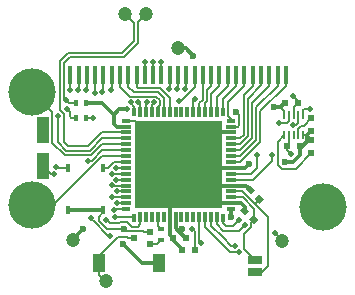
<source format=gtl>
G04 #@! TF.FileFunction,Copper,L1,Top,Signal*
%FSLAX46Y46*%
G04 Gerber Fmt 4.6, Leading zero omitted, Abs format (unit mm)*
G04 Created by KiCad (PCBNEW 4.0.2-stable) date Mon 11 Apr 2016 05:04:25 PM CEST*
%MOMM*%
G01*
G04 APERTURE LIST*
%ADD10C,0.100000*%
%ADD11R,0.600000X0.500000*%
%ADD12R,0.373000X1.509000*%
%ADD13R,0.300000X0.800000*%
%ADD14R,0.300000X0.850000*%
%ADD15R,0.800000X0.300000*%
%ADD16R,0.850000X0.300000*%
%ADD17R,1.837500X1.837500*%
%ADD18C,4.000000*%
%ADD19C,1.200000*%
%ADD20R,1.200000X0.800000*%
%ADD21R,1.100000X1.500000*%
%ADD22R,1.000000X2.250000*%
%ADD23R,0.600000X0.400000*%
%ADD24R,0.400000X0.600000*%
%ADD25R,0.350000X0.800000*%
%ADD26R,0.500000X0.600000*%
%ADD27R,0.240000X0.800000*%
%ADD28C,0.460000*%
%ADD29C,2.500000*%
%ADD30C,0.600000*%
%ADD31C,0.200000*%
%ADD32C,0.300000*%
G04 APERTURE END LIST*
D10*
D11*
X55555500Y-105191000D03*
X55555500Y-104191000D03*
X54255500Y-104691000D03*
D12*
X48830000Y-90910000D03*
X49532000Y-90910000D03*
X50234000Y-90910000D03*
X50936000Y-90910000D03*
X51638000Y-90910000D03*
X52340000Y-90910000D03*
X53042000Y-90910000D03*
X53744000Y-90910000D03*
X54446000Y-90910000D03*
X55148000Y-90910000D03*
X55850000Y-90910000D03*
X56552000Y-90910000D03*
X57254000Y-90910000D03*
X57956000Y-90910000D03*
X58658000Y-90910000D03*
X59360000Y-90910000D03*
X60062000Y-90910000D03*
X60764000Y-90910000D03*
X61466000Y-90910000D03*
X62168000Y-90910000D03*
X62870000Y-90910000D03*
X63572000Y-90910000D03*
X64274000Y-90910000D03*
X64976000Y-90910000D03*
X65678000Y-90910000D03*
X66380000Y-90910000D03*
X67082000Y-90910000D03*
D10*
G36*
X64783318Y-103190264D02*
X64429764Y-103543818D01*
X64005500Y-103119554D01*
X64359054Y-102766000D01*
X64783318Y-103190264D01*
X64783318Y-103190264D01*
G37*
G36*
X64005500Y-102412446D02*
X63651946Y-102766000D01*
X63227682Y-102341736D01*
X63581236Y-101988182D01*
X64005500Y-102412446D01*
X64005500Y-102412446D01*
G37*
D11*
X67180500Y-96891000D03*
X68280500Y-96891000D03*
X59405500Y-105741000D03*
X58305500Y-105741000D03*
D13*
X61750000Y-94025000D03*
D14*
X61250000Y-94050000D03*
X60750000Y-94050000D03*
X60250000Y-94050000D03*
X59750000Y-94050000D03*
X59250000Y-94050000D03*
X58750000Y-94050000D03*
X58250000Y-94050000D03*
X57750000Y-94050000D03*
X57250000Y-94050000D03*
X56750000Y-94050000D03*
X56250000Y-94050000D03*
X55750000Y-94050000D03*
X55250000Y-94050000D03*
X54750000Y-94050000D03*
D13*
X54250000Y-94025000D03*
D15*
X53525000Y-94750000D03*
D16*
X53550000Y-95250000D03*
X53550000Y-95750000D03*
X53550000Y-96250000D03*
X53550000Y-96750000D03*
X53550000Y-97250000D03*
X53550000Y-97750000D03*
X53550000Y-98250000D03*
X53550000Y-98750000D03*
X53550000Y-99250000D03*
X53550000Y-99750000D03*
X53550000Y-100250000D03*
X53550000Y-100750000D03*
X53550000Y-101250000D03*
X53550000Y-101750000D03*
D15*
X53525000Y-102250000D03*
D13*
X54250000Y-102975000D03*
D14*
X54750000Y-102950000D03*
X55250000Y-102950000D03*
X55750000Y-102950000D03*
X56250000Y-102950000D03*
X56750000Y-102950000D03*
X57250000Y-102950000D03*
X57750000Y-102950000D03*
X58250000Y-102950000D03*
X58750000Y-102950000D03*
X59250000Y-102950000D03*
X59750000Y-102950000D03*
X60250000Y-102950000D03*
X60750000Y-102950000D03*
X61250000Y-102950000D03*
D13*
X61750000Y-102975000D03*
D15*
X62475000Y-102250000D03*
D16*
X62450000Y-101750000D03*
X62450000Y-101250000D03*
X62450000Y-100750000D03*
X62450000Y-100250000D03*
X62450000Y-99750000D03*
X62450000Y-99250000D03*
X62450000Y-98750000D03*
X62450000Y-98250000D03*
X62450000Y-97750000D03*
X62450000Y-97250000D03*
X62450000Y-96750000D03*
X62450000Y-96250000D03*
X62450000Y-95750000D03*
X62450000Y-95250000D03*
D15*
X62475000Y-94750000D03*
D17*
X55243750Y-101256250D03*
X57081250Y-101256250D03*
X58918750Y-101256250D03*
X60756250Y-101256250D03*
X55243750Y-99418750D03*
X57081250Y-99418750D03*
X58918750Y-99418750D03*
X60756250Y-99418750D03*
X55243750Y-97581250D03*
X57081250Y-97581250D03*
X58918750Y-97581250D03*
X60756250Y-97581250D03*
X55243750Y-95743750D03*
X57081250Y-95743750D03*
X58918750Y-95743750D03*
X60756250Y-95743750D03*
D18*
X70200000Y-102100000D03*
D19*
X66770000Y-104940000D03*
D20*
X64500000Y-106541000D03*
X64500000Y-107540000D03*
D21*
X56380000Y-106790000D03*
X51300000Y-106790000D03*
D19*
X49070000Y-104890000D03*
D18*
X45600000Y-101900000D03*
D22*
X46500000Y-98600000D03*
X46500000Y-95550000D03*
D18*
X45600000Y-92300000D03*
D19*
X53500000Y-85750000D03*
X55250000Y-85750000D03*
X57960000Y-88600000D03*
D23*
X56505500Y-103941000D03*
X56505500Y-104841000D03*
D24*
X50200000Y-93250000D03*
X49300000Y-93250000D03*
D10*
G36*
X65277818Y-101424264D02*
X64924264Y-101777818D01*
X64500000Y-101353554D01*
X64853554Y-101000000D01*
X65277818Y-101424264D01*
X65277818Y-101424264D01*
G37*
G36*
X64500000Y-100646446D02*
X64146446Y-101000000D01*
X63722182Y-100575736D01*
X64075736Y-100222182D01*
X64500000Y-100646446D01*
X64500000Y-100646446D01*
G37*
D24*
X49300000Y-94500000D03*
X50200000Y-94500000D03*
D11*
X58605500Y-104691000D03*
X57505500Y-104691000D03*
D25*
X51625000Y-102300000D03*
X48625000Y-102300000D03*
X51625000Y-98750000D03*
X48625000Y-98750000D03*
D11*
X66980500Y-93266000D03*
X68080500Y-93266000D03*
D26*
X69255500Y-94541000D03*
X69255500Y-95641000D03*
X69255500Y-97491000D03*
X69255500Y-96391000D03*
D27*
X66955500Y-95991000D03*
X67355500Y-95991000D03*
X67755500Y-95991000D03*
X68155500Y-95991000D03*
X68555500Y-95991000D03*
X68555500Y-94291000D03*
X68155500Y-94291000D03*
X67755500Y-94291000D03*
X67355500Y-94291000D03*
X66955500Y-94291000D03*
D28*
X59155500Y-103891000D03*
X59405500Y-92891000D03*
D29*
X57955500Y-99291000D03*
D30*
X66105500Y-93616000D03*
X67030500Y-98266000D03*
X64005500Y-98391000D03*
X53405500Y-103941000D03*
X55243750Y-101256250D03*
D28*
X58918750Y-95743750D03*
D30*
X59255500Y-89241000D03*
D28*
X56581250Y-95743750D03*
X47800000Y-94400000D03*
X48500009Y-93000000D03*
X49505500Y-92141000D03*
X52505500Y-102341000D03*
X52655500Y-102941000D03*
X48805500Y-92141000D03*
X52755500Y-101741000D03*
X50205500Y-92141000D03*
X50905500Y-92441000D03*
X52355500Y-101241000D03*
X52355500Y-100241000D03*
X52255500Y-92141000D03*
X52755500Y-100741000D03*
X51555500Y-92291000D03*
X58005500Y-93091000D03*
X55916192Y-93209160D03*
X58555500Y-92041000D03*
X55303850Y-93200018D03*
X57855500Y-92041000D03*
X54600000Y-93200000D03*
X57155500Y-92041000D03*
X53987597Y-93200000D03*
X56552000Y-89794500D03*
X52740965Y-98750006D03*
X55850000Y-89796500D03*
X52387362Y-99250005D03*
X55148000Y-89798500D03*
X52740965Y-99750006D03*
D19*
X51835500Y-108321000D03*
D28*
X46500000Y-95550000D03*
X48549999Y-93767768D03*
X52230500Y-104491000D03*
X59905500Y-105091000D03*
X47455500Y-99291000D03*
X50605500Y-102991000D03*
X66155500Y-104266000D03*
X62805500Y-105341000D03*
D30*
X49905500Y-103941000D03*
D28*
X53630022Y-93791000D03*
D30*
X62855500Y-93991000D03*
X53305500Y-105191000D03*
X62450000Y-102896500D03*
X58305500Y-103891000D03*
D28*
X66505500Y-94941000D03*
X64605500Y-97691000D03*
X63155500Y-103141000D03*
X67705500Y-95141000D03*
X69105500Y-93791000D03*
X63605500Y-103591000D03*
X67680500Y-92691000D03*
X67530500Y-97591000D03*
X65905500Y-97641000D03*
X63121298Y-105865698D03*
X50365321Y-98130000D03*
X50767590Y-94500000D03*
X51883039Y-103132099D03*
X47605500Y-98691000D03*
D31*
X59355500Y-104091000D02*
X59155500Y-103891000D01*
X59355500Y-105541000D02*
X59355500Y-104091000D01*
X59405500Y-105591000D02*
X59355500Y-105541000D01*
X59405500Y-105741000D02*
X59405500Y-105591000D01*
X59250000Y-93046500D02*
X59405500Y-92891000D01*
X59250000Y-94050000D02*
X59250000Y-93046500D01*
X58055500Y-99591000D02*
X58746500Y-99591000D01*
X58746500Y-99591000D02*
X58918750Y-99418750D01*
X58918750Y-99418750D02*
X57081250Y-99418750D01*
X53405500Y-103941000D02*
X51977986Y-103941000D01*
X51977986Y-103941000D02*
X51250000Y-103213014D01*
X51250000Y-103213014D02*
X51250000Y-102900000D01*
X51250000Y-102900000D02*
X51625000Y-102525000D01*
X51625000Y-102525000D02*
X51625000Y-102300000D01*
D32*
X50855500Y-102300000D02*
X51255500Y-102300000D01*
X50300000Y-102300000D02*
X50855500Y-102300000D01*
D31*
X55555500Y-104191000D02*
X55055500Y-104191000D01*
X54957910Y-104093410D02*
X53557910Y-104093410D01*
X53557910Y-104093410D02*
X53405500Y-103941000D01*
X55055500Y-104191000D02*
X54957910Y-104093410D01*
D32*
X62450000Y-101750000D02*
X63264500Y-101750000D01*
X63264500Y-101750000D02*
X63616591Y-102102091D01*
X63616591Y-102102091D02*
X63616591Y-102377091D01*
D31*
X66955500Y-94291000D02*
X66955500Y-93941000D01*
X66955500Y-93941000D02*
X66630500Y-93616000D01*
D32*
X66105500Y-93616000D02*
X66630500Y-93616000D01*
X66630500Y-93616000D02*
X66980500Y-93266000D01*
X67030500Y-98266000D02*
X67705500Y-98266000D01*
X67705500Y-98266000D02*
X68280500Y-97691000D01*
X68280500Y-97691000D02*
X68280500Y-96891000D01*
X68280500Y-96891000D02*
X68505500Y-96891000D01*
X68505500Y-96891000D02*
X68905500Y-96491000D01*
D31*
X53550000Y-94750000D02*
X53601000Y-94801000D01*
X53601000Y-94801000D02*
X54301000Y-94801000D01*
X54301000Y-94801000D02*
X55243750Y-95743750D01*
D32*
X63646500Y-98750000D02*
X64005500Y-98391000D01*
X62450000Y-98750000D02*
X63646500Y-98750000D01*
X69255500Y-96391000D02*
X69255500Y-96441000D01*
X53405500Y-103941000D02*
X53405500Y-103991000D01*
X57250000Y-102950000D02*
X57250000Y-104435500D01*
X57250000Y-104435500D02*
X57505500Y-104691000D01*
X57505500Y-104691000D02*
X57505500Y-104841000D01*
X57505500Y-104841000D02*
X58305500Y-105641000D01*
X58305500Y-105641000D02*
X58305500Y-105741000D01*
X58614500Y-88600000D02*
X59255500Y-89241000D01*
X57960000Y-88600000D02*
X58614500Y-88600000D01*
X50300000Y-102300000D02*
X48625000Y-102300000D01*
X51255500Y-102300000D02*
X51625000Y-102300000D01*
X68905500Y-96491000D02*
X68905500Y-96041000D01*
X69255500Y-96391000D02*
X68905500Y-96041000D01*
X68905500Y-96041000D02*
X68855500Y-95991000D01*
X68855500Y-95991000D02*
X68905500Y-95991000D01*
D31*
X68555500Y-95991000D02*
X68905500Y-95991000D01*
D32*
X68905500Y-95991000D02*
X69255500Y-95641000D01*
X62450000Y-101750000D02*
X61250000Y-101750000D01*
X61250000Y-101750000D02*
X61250000Y-100587500D01*
X61250000Y-100587500D02*
X61587500Y-100250000D01*
X61587500Y-100250000D02*
X62450000Y-100250000D01*
X61250000Y-101750000D02*
X60756250Y-101256250D01*
X62450000Y-100250000D02*
X61587500Y-100250000D01*
X61587500Y-100250000D02*
X60756250Y-99418750D01*
X57081250Y-101256250D02*
X55243750Y-101256250D01*
X55243750Y-99418750D02*
X55243750Y-101256250D01*
X57081250Y-97581250D02*
X57081250Y-95743750D01*
X55243750Y-97581250D02*
X57081250Y-97581250D01*
X55243750Y-99418750D02*
X55243750Y-97581250D01*
X57081250Y-99418750D02*
X55243750Y-99418750D01*
X58918750Y-99418750D02*
X58918750Y-101256250D01*
X60756250Y-99418750D02*
X58918750Y-99418750D01*
X58918750Y-97581250D02*
X58918750Y-99418750D01*
X60756250Y-97581250D02*
X58918750Y-97581250D01*
X60756250Y-95743750D02*
X60756250Y-97581250D01*
X58918750Y-95743750D02*
X58918750Y-97581250D01*
X55243750Y-95743750D02*
X55243750Y-97581250D01*
X56568000Y-101444000D02*
X56399250Y-101275250D01*
X56581250Y-101256250D02*
X56750000Y-101425000D01*
X58418750Y-95743750D02*
X56581250Y-95743750D01*
X58243000Y-95769000D02*
X58236750Y-95762750D01*
X61250000Y-101750000D02*
X60756250Y-101256250D01*
X63750000Y-100250000D02*
X62450000Y-100250000D01*
X64111091Y-100611091D02*
X63750000Y-100250000D01*
X62450000Y-95750000D02*
X60262500Y-95750000D01*
X61425000Y-98750000D02*
X60756250Y-99418750D01*
X62450000Y-98750000D02*
X61425000Y-98750000D01*
X61587500Y-100250000D02*
X60756250Y-99418750D01*
X57250000Y-101425000D02*
X57081250Y-101256250D01*
X57250000Y-102950000D02*
X57250000Y-101425000D01*
D31*
X48755500Y-96942767D02*
X48648309Y-96942767D01*
X53232401Y-89017599D02*
X54250000Y-88000000D01*
X54250000Y-88000000D02*
X54250000Y-86500000D01*
X54250000Y-86500000D02*
X53500000Y-85750000D01*
X47947590Y-89724036D02*
X48654027Y-89017599D01*
X48031553Y-93917599D02*
X47947590Y-93833636D01*
X48654027Y-89017599D02*
X53232401Y-89017599D01*
X48282401Y-96482401D02*
X48282401Y-94214124D01*
X47947590Y-93833636D02*
X47947590Y-89724036D01*
X48282401Y-94214124D02*
X48031553Y-93917599D01*
X48282401Y-96576859D02*
X48282401Y-96482401D01*
X48648309Y-96942767D02*
X48282401Y-96576859D01*
X53550000Y-95750000D02*
X51522002Y-95750000D01*
X51522002Y-95750000D02*
X50329235Y-96942767D01*
X50329235Y-96942767D02*
X48755500Y-96942767D01*
X48755500Y-96942767D02*
X48742767Y-96942767D01*
X48500009Y-93000000D02*
X48300000Y-92799991D01*
X48300000Y-92799991D02*
X48300000Y-89870009D01*
X48300000Y-89870009D02*
X48800000Y-89370009D01*
X47787591Y-96580421D02*
X47787591Y-94479999D01*
X48502348Y-97295178D02*
X47787591Y-96580421D01*
X51520386Y-96250000D02*
X50475208Y-97295178D01*
X50475208Y-97295178D02*
X48502348Y-97295178D01*
X53550000Y-96250000D02*
X51520386Y-96250000D01*
X47787591Y-94412409D02*
X47800000Y-94400000D01*
X47787591Y-94479999D02*
X47787591Y-94412409D01*
X49300000Y-93250000D02*
X48750009Y-93250000D01*
X48750009Y-93250000D02*
X48500009Y-93000000D01*
X54602410Y-86397590D02*
X55250000Y-85750000D01*
X48800000Y-89370009D02*
X53378374Y-89370009D01*
X53378374Y-89370009D02*
X54602410Y-88145973D01*
X54602410Y-88145973D02*
X54602410Y-86397590D01*
X49505500Y-92141000D02*
X49532000Y-92114500D01*
X49532000Y-92114500D02*
X49532000Y-90910000D01*
X52496500Y-102250000D02*
X52505500Y-102259000D01*
X52505500Y-102259000D02*
X52505500Y-102341000D01*
X53550000Y-102250000D02*
X52496500Y-102250000D01*
X52655500Y-102941000D02*
X54241000Y-102941000D01*
X54241000Y-102941000D02*
X54250000Y-102950000D01*
X48830000Y-92116500D02*
X48830000Y-90910000D01*
X48805500Y-92141000D02*
X48830000Y-92116500D01*
X53550000Y-101750000D02*
X52764500Y-101750000D01*
X52764500Y-101750000D02*
X52755500Y-101741000D01*
X50234000Y-92112500D02*
X50234000Y-90910000D01*
X50205500Y-92141000D02*
X50234000Y-92112500D01*
X50936000Y-92410500D02*
X50936000Y-90910000D01*
X50905500Y-92441000D02*
X50936000Y-92410500D01*
X52364500Y-101250000D02*
X52355500Y-101241000D01*
X53550000Y-101250000D02*
X52364500Y-101250000D01*
X53550000Y-100250000D02*
X52364500Y-100250000D01*
X52364500Y-100250000D02*
X52355500Y-100241000D01*
X52340000Y-92056500D02*
X52340000Y-90910000D01*
X52255500Y-92141000D02*
X52340000Y-92056500D01*
X52328525Y-90921475D02*
X52340000Y-90910000D01*
X51555500Y-92291000D02*
X51638000Y-92208500D01*
X51638000Y-92208500D02*
X51638000Y-90910000D01*
X53550000Y-100750000D02*
X52764500Y-100750000D01*
X52764500Y-100750000D02*
X52755500Y-100741000D01*
X57250000Y-93425000D02*
X57250000Y-94050000D01*
X57250000Y-92863956D02*
X57250000Y-93425000D01*
X54594276Y-92012776D02*
X56398820Y-92012776D01*
X56398820Y-92012776D02*
X57250000Y-92863956D01*
X54446000Y-90910000D02*
X54446000Y-91864500D01*
X54446000Y-91864500D02*
X54594276Y-92012776D01*
X56759793Y-92872133D02*
X56252847Y-92365187D01*
X53744000Y-91864500D02*
X53744000Y-90910000D01*
X56252847Y-92365187D02*
X54244687Y-92365187D01*
X54244687Y-92365187D02*
X53744000Y-91864500D01*
X56759793Y-94040207D02*
X56759793Y-92872133D01*
X56750000Y-94050000D02*
X56759793Y-94040207D01*
X56250000Y-93589327D02*
X56407382Y-93431945D01*
X53895098Y-92717598D02*
X53042000Y-91864500D01*
X56250000Y-94050000D02*
X56250000Y-93589327D01*
X56106875Y-92717599D02*
X53895098Y-92717598D01*
X53042000Y-91864500D02*
X53042000Y-90910000D01*
X56407382Y-93018106D02*
X56106875Y-92717599D01*
X56407382Y-93431945D02*
X56407382Y-93018106D01*
X59360000Y-90910000D02*
X59360000Y-91936500D01*
X59360000Y-91936500D02*
X58205500Y-93091000D01*
X58205500Y-93091000D02*
X58005500Y-93091000D01*
X55750000Y-94050000D02*
X55750000Y-93425000D01*
X55750000Y-93425000D02*
X55916192Y-93258808D01*
X55916192Y-93258808D02*
X55916192Y-93209160D01*
X58658000Y-90910000D02*
X58658000Y-91938500D01*
X58658000Y-91938500D02*
X58555500Y-92041000D01*
X55250000Y-93253868D02*
X55303850Y-93200018D01*
X55250000Y-94050000D02*
X55250000Y-93253868D01*
X57956000Y-90910000D02*
X57956000Y-91940500D01*
X57956000Y-91940500D02*
X57855500Y-92041000D01*
X54750000Y-94050000D02*
X54750000Y-93350000D01*
X54750000Y-94050000D02*
X54750006Y-94049994D01*
X54750006Y-94049994D02*
X54750006Y-93796208D01*
X54750000Y-93350000D02*
X54600000Y-93200000D01*
X57254000Y-90910000D02*
X57254000Y-91942500D01*
X57254000Y-91942500D02*
X57155500Y-92041000D01*
X54250000Y-94050000D02*
X54250000Y-93563954D01*
X54250000Y-93563954D02*
X53987597Y-93301551D01*
X53987597Y-93301551D02*
X53987597Y-93200000D01*
X54250000Y-94050000D02*
X54250000Y-93850000D01*
X56552000Y-90910000D02*
X56552000Y-89794500D01*
X53550000Y-98750000D02*
X52740971Y-98750000D01*
X52740971Y-98750000D02*
X52740965Y-98750006D01*
X55850000Y-90910000D02*
X55850000Y-89796500D01*
X53550000Y-99250000D02*
X52387367Y-99250000D01*
X52387367Y-99250000D02*
X52387362Y-99250005D01*
X55148000Y-90910000D02*
X55148000Y-89798500D01*
X53550000Y-99750000D02*
X52740971Y-99750000D01*
X52740971Y-99750000D02*
X52740965Y-99750006D01*
X61750000Y-94050000D02*
X61750000Y-92946500D01*
X62870000Y-91826500D02*
X62870000Y-90910000D01*
X61750000Y-92946500D02*
X62870000Y-91826500D01*
X59750000Y-94050000D02*
X59750000Y-93296500D01*
X59750000Y-93296500D02*
X60062000Y-92984500D01*
X60062000Y-92984500D02*
X60062000Y-90910000D01*
X60250000Y-94050000D02*
X60250000Y-93294872D01*
X60250000Y-93294872D02*
X60414402Y-93130470D01*
X60764000Y-91832500D02*
X60764000Y-90910000D01*
X60414402Y-92182098D02*
X60764000Y-91832500D01*
X60414402Y-93130470D02*
X60414402Y-92182098D01*
X60750000Y-94050000D02*
X60750000Y-93646500D01*
X60750000Y-93646500D02*
X60766804Y-93629696D01*
X60766804Y-93629696D02*
X60766804Y-92529696D01*
X60766804Y-92529696D02*
X61466000Y-91830500D01*
X61466000Y-91830500D02*
X61466000Y-90910000D01*
X61466000Y-91628872D02*
X61466000Y-90910000D01*
X61466000Y-91628872D02*
X61466000Y-90910000D01*
X61250000Y-94050000D02*
X61250000Y-92746500D01*
X62168000Y-91828500D02*
X62168000Y-90910000D01*
X61250000Y-92746500D02*
X62168000Y-91828500D01*
X62450000Y-94750000D02*
X62450000Y-94635500D01*
X62450000Y-94635500D02*
X62205500Y-94391000D01*
X63572000Y-91824500D02*
X63572000Y-90910000D01*
X62205500Y-93191000D02*
X63572000Y-91824500D01*
X62205500Y-94391000D02*
X62205500Y-93191000D01*
X62450000Y-94750000D02*
X62450000Y-94735500D01*
X62450000Y-98250000D02*
X63189988Y-98250000D01*
X67082000Y-91814500D02*
X67082000Y-90910000D01*
X64917510Y-93978990D02*
X67082000Y-91814500D01*
X64917510Y-96522478D02*
X64917510Y-93978990D01*
X63189988Y-98250000D02*
X64917510Y-96522478D01*
X62450000Y-97750000D02*
X63191616Y-97750000D01*
X66380000Y-91816500D02*
X66380000Y-90910000D01*
X64565108Y-93631392D02*
X66380000Y-91816500D01*
X64565108Y-96376508D02*
X64565108Y-93631392D01*
X63191616Y-97750000D02*
X64565108Y-96376508D01*
X62450000Y-97250000D02*
X63193244Y-97250000D01*
X65678000Y-91818500D02*
X65678000Y-90910000D01*
X64212706Y-93283794D02*
X65678000Y-91818500D01*
X64212706Y-96230538D02*
X64212706Y-93283794D01*
X63193244Y-97250000D02*
X64212706Y-96230538D01*
X62450000Y-96750000D02*
X63194872Y-96750000D01*
X64976000Y-91770500D02*
X64976000Y-90910000D01*
X63860304Y-92886196D02*
X64976000Y-91770500D01*
X63860304Y-96084568D02*
X63860304Y-92886196D01*
X63194872Y-96750000D02*
X63860304Y-96084568D01*
X64274000Y-91822500D02*
X64274000Y-90910000D01*
X63507902Y-92588598D02*
X64274000Y-91822500D01*
X62450000Y-96250000D02*
X63196500Y-96250000D01*
X63196500Y-96250000D02*
X63507902Y-95938598D01*
X63507902Y-95938598D02*
X63507902Y-92588598D01*
X55555500Y-105191000D02*
X56155500Y-105191000D01*
X56155500Y-105191000D02*
X56505500Y-104841000D01*
X56250000Y-102950000D02*
X56250000Y-103685500D01*
X56250000Y-103685500D02*
X56505500Y-103941000D01*
X53657902Y-104593402D02*
X53755500Y-104691000D01*
X53755500Y-104691000D02*
X54255500Y-104691000D01*
X51455500Y-106041000D02*
X52903098Y-104593402D01*
X52903098Y-104593402D02*
X53657902Y-104593402D01*
X51300000Y-106790000D02*
X51300000Y-107785500D01*
X51300000Y-107785500D02*
X51835500Y-108321000D01*
X51300000Y-106790000D02*
X51300000Y-106196500D01*
X51300000Y-106196500D02*
X51455500Y-106041000D01*
X51455500Y-106041000D02*
X51300000Y-106790000D01*
X54155500Y-104841000D02*
X54153098Y-104841000D01*
X51455500Y-106041000D02*
X51300000Y-106790000D01*
X53550000Y-98250000D02*
X52527017Y-98250000D01*
X52527017Y-98250000D02*
X52027017Y-98750000D01*
X52027017Y-98750000D02*
X51625000Y-98750000D01*
X48549999Y-93767768D02*
X48779998Y-93997767D01*
X48779998Y-93997767D02*
X48779998Y-94379998D01*
X48779998Y-94379998D02*
X48900000Y-94500000D01*
X49300000Y-94500000D02*
X48900000Y-94500000D01*
X46500000Y-95500000D02*
X46500000Y-96420678D01*
X51855500Y-104316897D02*
X52029603Y-104491000D01*
X59750000Y-104935500D02*
X59750000Y-102950000D01*
X59750000Y-104935500D02*
X59905500Y-105091000D01*
X52029603Y-104491000D02*
X52230500Y-104491000D01*
X50605500Y-102991000D02*
X50605500Y-103066897D01*
X50605500Y-103066897D02*
X50897590Y-103358987D01*
X51832013Y-104293410D02*
X51855500Y-104316897D01*
X51855500Y-104316897D02*
X50897590Y-103358987D01*
X47455500Y-99291000D02*
X47191000Y-99291000D01*
X46500000Y-98600000D02*
X47191000Y-99291000D01*
X46614500Y-98600000D02*
X46500000Y-98600000D01*
X66155500Y-104266000D02*
X66770000Y-104880500D01*
X66770000Y-104880500D02*
X66770000Y-104940000D01*
X66770000Y-104855500D02*
X66770000Y-104940000D01*
X62455500Y-105341000D02*
X62805500Y-105341000D01*
X61755500Y-104641000D02*
X62455500Y-105341000D01*
X60750000Y-103635500D02*
X61755500Y-104641000D01*
X60750000Y-102950000D02*
X60750000Y-103635500D01*
X60755500Y-102955500D02*
X60750000Y-102950000D01*
X66770000Y-104940000D02*
X66704500Y-104940000D01*
X66654500Y-104940000D02*
X66770000Y-104940000D01*
X66770000Y-104940000D02*
X67060000Y-104940000D01*
D32*
X49070000Y-104776500D02*
X49905500Y-103941000D01*
X56380000Y-106790000D02*
X54904500Y-106790000D01*
X54904500Y-106790000D02*
X53305500Y-105191000D01*
X53630022Y-93791000D02*
X52944500Y-93791000D01*
X52944500Y-93791000D02*
X52894500Y-93841000D01*
D31*
X62996500Y-95250000D02*
X63155492Y-95091008D01*
X63155492Y-95091008D02*
X63155492Y-94290992D01*
X62450000Y-95250000D02*
X62996500Y-95250000D01*
X63155492Y-94290992D02*
X62855500Y-93991000D01*
D32*
X52894500Y-93841000D02*
X52500000Y-94235500D01*
X52500000Y-94250000D02*
X52500000Y-94235500D01*
X52500000Y-94235500D02*
X51514500Y-93250000D01*
X51514500Y-93250000D02*
X50200000Y-93250000D01*
X52500000Y-94250000D02*
X52500000Y-94196500D01*
X56380000Y-106790000D02*
X55904500Y-106790000D01*
X53305500Y-105141000D02*
X53305500Y-105191000D01*
X49070000Y-104890000D02*
X49070000Y-104776500D01*
X57750000Y-103835500D02*
X58055500Y-104141000D01*
X58055500Y-104141000D02*
X58605500Y-104691000D01*
X58305500Y-103891000D02*
X58055500Y-104141000D01*
X57750000Y-102950000D02*
X57750000Y-103835500D01*
X62450000Y-102250000D02*
X62450000Y-102896500D01*
X52500000Y-94250000D02*
X52500000Y-95000000D01*
X52500000Y-95000000D02*
X52750000Y-95250000D01*
X52750000Y-95250000D02*
X53550000Y-95250000D01*
D31*
X68155500Y-95991000D02*
X68155500Y-95441000D01*
X68605500Y-95191000D02*
X69255500Y-94541000D01*
X68405500Y-95191000D02*
X68605500Y-95191000D01*
X68155500Y-95441000D02*
X68405500Y-95191000D01*
X69255500Y-97491000D02*
X69255500Y-97516000D01*
X69255500Y-97516000D02*
X67905500Y-98866000D01*
X67905500Y-98866000D02*
X66755500Y-98866000D01*
X66755500Y-98866000D02*
X66405500Y-98516000D01*
X66405500Y-98516000D02*
X66405500Y-96541000D01*
X66405500Y-96541000D02*
X66955500Y-95991000D01*
X67155500Y-94991000D02*
X66555500Y-94991000D01*
X66555500Y-94991000D02*
X66505500Y-94941000D01*
X67355500Y-94791000D02*
X67155500Y-94991000D01*
X67355500Y-94291000D02*
X67355500Y-94791000D01*
X64605500Y-98741000D02*
X64605500Y-97691000D01*
X64096500Y-99250000D02*
X64605500Y-98741000D01*
X62450000Y-99250000D02*
X64096500Y-99250000D01*
X63155500Y-103141000D02*
X62616000Y-103680500D01*
X62616000Y-103680500D02*
X61995000Y-103680500D01*
X61995000Y-103680500D02*
X61750000Y-103435500D01*
X61750000Y-103435500D02*
X61750000Y-102950000D01*
X68155500Y-94941000D02*
X67955500Y-95141000D01*
X67955500Y-95141000D02*
X67705500Y-95141000D01*
X68155500Y-94941000D02*
X68155500Y-94291000D01*
X68655500Y-93791000D02*
X68555500Y-93891000D01*
X68555500Y-93891000D02*
X68555500Y-94291000D01*
X69105500Y-93791000D02*
X68655500Y-93791000D01*
X63105500Y-104091000D02*
X63605500Y-103591000D01*
X63655500Y-103541000D02*
X63605500Y-103591000D01*
X61805500Y-104091000D02*
X63105500Y-104091000D01*
X61250000Y-103535500D02*
X61805500Y-104091000D01*
X61250000Y-102950000D02*
X61250000Y-103535500D01*
X68555500Y-94291000D02*
X68555500Y-94091000D01*
X63555500Y-104391000D02*
X64146922Y-103799578D01*
X64146922Y-103799578D02*
X64146922Y-103402396D01*
X64146922Y-103402396D02*
X64394409Y-103154909D01*
X62450000Y-101250000D02*
X63416118Y-101250000D01*
X63416118Y-101250000D02*
X64394409Y-102228291D01*
X64394409Y-102228291D02*
X64394409Y-103154909D01*
X64500000Y-106541000D02*
X64441000Y-106541000D01*
X64441000Y-106541000D02*
X63555500Y-105655500D01*
X64444409Y-103279909D02*
X64466591Y-103279909D01*
X63555500Y-104391000D02*
X63555500Y-105655500D01*
X64500000Y-107540000D02*
X65106500Y-107540000D01*
X65106500Y-107540000D02*
X65555500Y-107091000D01*
X65555500Y-107091000D02*
X65555500Y-102891000D01*
X65555500Y-102891000D02*
X65205500Y-102541000D01*
X65205500Y-102541000D02*
X64455500Y-101791000D01*
X64486818Y-101791000D02*
X64455500Y-101791000D01*
X64888909Y-101388909D02*
X64486818Y-101791000D01*
X63414500Y-100750000D02*
X64455500Y-101791000D01*
X62450000Y-100750000D02*
X63414500Y-100750000D01*
X65006500Y-107540000D02*
X64500000Y-107540000D01*
X67680500Y-92691000D02*
X68080500Y-93091000D01*
X68080500Y-93091000D02*
X68080500Y-93266000D01*
X67755500Y-94291000D02*
X67755500Y-93591000D01*
X67755500Y-93591000D02*
X68080500Y-93266000D01*
X67180500Y-97241000D02*
X67530500Y-97591000D01*
X67180500Y-96891000D02*
X67180500Y-97241000D01*
X67355500Y-95991000D02*
X67355500Y-96716000D01*
X67355500Y-96716000D02*
X67180500Y-96891000D01*
X64296500Y-99750000D02*
X65905500Y-98141000D01*
X65905500Y-98141000D02*
X65905500Y-97641000D01*
X62450000Y-99750000D02*
X64296500Y-99750000D01*
X45600000Y-92300000D02*
X47317599Y-94017599D01*
X47317599Y-94017599D02*
X47317599Y-96608812D01*
X47317599Y-96608812D02*
X48356376Y-97647589D01*
X48356376Y-97647589D02*
X50621181Y-97647589D01*
X50621181Y-97647589D02*
X51518770Y-96750000D01*
X51518770Y-96750000D02*
X53550000Y-96750000D01*
X53550000Y-97750000D02*
X51515533Y-97750000D01*
X51515533Y-97750000D02*
X47365533Y-101900000D01*
X47365533Y-101900000D02*
X45600000Y-101900000D01*
X46300000Y-101200000D02*
X45600000Y-101900000D01*
X45700000Y-101900000D02*
X46850000Y-100750000D01*
X63121298Y-105865698D02*
X62380198Y-105865698D01*
X62380198Y-105865698D02*
X60250000Y-103735500D01*
X60250000Y-103735500D02*
X60250000Y-102950000D01*
X63148099Y-105823401D02*
X63121298Y-105850202D01*
X63121298Y-105850202D02*
X63121298Y-105865698D01*
X50365321Y-98130000D02*
X50637151Y-98130000D01*
X50200000Y-94500000D02*
X50767590Y-94500000D01*
X50637151Y-98130000D02*
X51517151Y-97250000D01*
X51517151Y-97250000D02*
X51750000Y-97250000D01*
X51750000Y-97250000D02*
X53550000Y-97250000D01*
X52955500Y-103441000D02*
X52191940Y-103441000D01*
X52191940Y-103441000D02*
X51883039Y-103132099D01*
X53655500Y-103341000D02*
X54055500Y-103741000D01*
X54055500Y-103741000D02*
X54555500Y-103741000D01*
X53055500Y-103341000D02*
X53655500Y-103341000D01*
X52955500Y-103441000D02*
X53055500Y-103341000D01*
X54750000Y-103546500D02*
X54555500Y-103741000D01*
X54750000Y-103546500D02*
X54750000Y-102950000D01*
X48625000Y-98750000D02*
X47664500Y-98750000D01*
X47664500Y-98750000D02*
X47605500Y-98691000D01*
M02*

</source>
